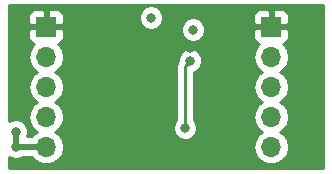
<source format=gbr>
G04 #@! TF.GenerationSoftware,KiCad,Pcbnew,5.0.0*
G04 #@! TF.CreationDate,2018-11-11T14:48:16-05:00*
G04 #@! TF.ProjectId,Pi-Temp_Humidity,50692D54656D705F48756D6964697479,rev?*
G04 #@! TF.SameCoordinates,Original*
G04 #@! TF.FileFunction,Copper,L2,Bot,Signal*
G04 #@! TF.FilePolarity,Positive*
%FSLAX46Y46*%
G04 Gerber Fmt 4.6, Leading zero omitted, Abs format (unit mm)*
G04 Created by KiCad (PCBNEW 5.0.0) date Sun Nov 11 14:48:16 2018*
%MOMM*%
%LPD*%
G01*
G04 APERTURE LIST*
G04 #@! TA.AperFunction,ComponentPad*
%ADD10R,1.700000X1.700000*%
G04 #@! TD*
G04 #@! TA.AperFunction,ComponentPad*
%ADD11O,1.700000X1.700000*%
G04 #@! TD*
G04 #@! TA.AperFunction,ViaPad*
%ADD12C,0.800000*%
G04 #@! TD*
G04 #@! TA.AperFunction,Conductor*
%ADD13C,0.500000*%
G04 #@! TD*
G04 #@! TA.AperFunction,Conductor*
%ADD14C,0.250000*%
G04 #@! TD*
G04 #@! TA.AperFunction,Conductor*
%ADD15C,0.254000*%
G04 #@! TD*
G04 APERTURE END LIST*
D10*
G04 #@! TO.P,J4,1*
G04 #@! TO.N,Earth*
X201930000Y-81280000D03*
D11*
G04 #@! TO.P,J4,2*
G04 #@! TO.N,GPIO_PASSTHRU*
X201930000Y-83820000D03*
G04 #@! TO.P,J4,3*
G04 #@! TO.N,SCL*
X201930000Y-86360000D03*
G04 #@! TO.P,J4,4*
G04 #@! TO.N,SDA*
X201930000Y-88900000D03*
G04 #@! TO.P,J4,5*
G04 #@! TO.N,VDD*
X201930000Y-91440000D03*
G04 #@! TD*
D10*
G04 #@! TO.P,J1,1*
G04 #@! TO.N,Earth*
X182880000Y-81280000D03*
D11*
G04 #@! TO.P,J1,2*
G04 #@! TO.N,GPIO*
X182880000Y-83820000D03*
G04 #@! TO.P,J1,3*
G04 #@! TO.N,SCL*
X182880000Y-86360000D03*
G04 #@! TO.P,J1,4*
G04 #@! TO.N,SDA*
X182880000Y-88900000D03*
G04 #@! TO.P,J1,5*
G04 #@! TO.N,VDD*
X182880000Y-91440000D03*
G04 #@! TD*
D12*
G04 #@! TO.N,VDD*
X191770000Y-80518000D03*
X195326000Y-81534000D03*
X180340000Y-91440000D03*
X180340000Y-90170000D03*
G04 #@! TO.N,Earth*
X195072000Y-83058000D03*
X185166000Y-81534000D03*
G04 #@! TO.N,Net-(JP1-Pad2)*
X194652900Y-89852500D03*
X195072000Y-84150200D03*
G04 #@! TD*
D13*
G04 #@! TO.N,VDD*
X182880000Y-91440000D02*
X180340000Y-91440000D01*
X180340000Y-91440000D02*
X180340000Y-90170000D01*
D14*
G04 #@! TO.N,Net-(JP1-Pad2)*
X194652900Y-84569300D02*
X195072000Y-84150200D01*
X194652900Y-89852500D02*
X194652900Y-84569300D01*
G04 #@! TD*
D15*
G04 #@! TO.N,Earth*
G36*
X206300001Y-93270000D02*
X179780000Y-93270000D01*
X179780000Y-92328317D01*
X180134126Y-92475000D01*
X180545874Y-92475000D01*
X180908007Y-92325000D01*
X181685344Y-92325000D01*
X181809375Y-92510625D01*
X182300582Y-92838839D01*
X182733744Y-92925000D01*
X183026256Y-92925000D01*
X183459418Y-92838839D01*
X183950625Y-92510625D01*
X184278839Y-92019418D01*
X184394092Y-91440000D01*
X184278839Y-90860582D01*
X183950625Y-90369375D01*
X183652239Y-90170000D01*
X183950625Y-89970625D01*
X184167114Y-89646626D01*
X193617900Y-89646626D01*
X193617900Y-90058374D01*
X193775469Y-90438780D01*
X194066620Y-90729931D01*
X194447026Y-90887500D01*
X194858774Y-90887500D01*
X195239180Y-90729931D01*
X195530331Y-90438780D01*
X195687900Y-90058374D01*
X195687900Y-89646626D01*
X195530331Y-89266220D01*
X195412900Y-89148789D01*
X195412900Y-85129271D01*
X195658280Y-85027631D01*
X195949431Y-84736480D01*
X196107000Y-84356074D01*
X196107000Y-83944326D01*
X196055503Y-83820000D01*
X200415908Y-83820000D01*
X200531161Y-84399418D01*
X200859375Y-84890625D01*
X201157761Y-85090000D01*
X200859375Y-85289375D01*
X200531161Y-85780582D01*
X200415908Y-86360000D01*
X200531161Y-86939418D01*
X200859375Y-87430625D01*
X201157761Y-87630000D01*
X200859375Y-87829375D01*
X200531161Y-88320582D01*
X200415908Y-88900000D01*
X200531161Y-89479418D01*
X200859375Y-89970625D01*
X201157761Y-90170000D01*
X200859375Y-90369375D01*
X200531161Y-90860582D01*
X200415908Y-91440000D01*
X200531161Y-92019418D01*
X200859375Y-92510625D01*
X201350582Y-92838839D01*
X201783744Y-92925000D01*
X202076256Y-92925000D01*
X202509418Y-92838839D01*
X203000625Y-92510625D01*
X203328839Y-92019418D01*
X203444092Y-91440000D01*
X203328839Y-90860582D01*
X203000625Y-90369375D01*
X202702239Y-90170000D01*
X203000625Y-89970625D01*
X203328839Y-89479418D01*
X203444092Y-88900000D01*
X203328839Y-88320582D01*
X203000625Y-87829375D01*
X202702239Y-87630000D01*
X203000625Y-87430625D01*
X203328839Y-86939418D01*
X203444092Y-86360000D01*
X203328839Y-85780582D01*
X203000625Y-85289375D01*
X202702239Y-85090000D01*
X203000625Y-84890625D01*
X203328839Y-84399418D01*
X203444092Y-83820000D01*
X203328839Y-83240582D01*
X203000625Y-82749375D01*
X202978967Y-82734904D01*
X203139698Y-82668327D01*
X203318327Y-82489699D01*
X203415000Y-82256310D01*
X203415000Y-81565750D01*
X203256250Y-81407000D01*
X202057000Y-81407000D01*
X202057000Y-81427000D01*
X201803000Y-81427000D01*
X201803000Y-81407000D01*
X200603750Y-81407000D01*
X200445000Y-81565750D01*
X200445000Y-82256310D01*
X200541673Y-82489699D01*
X200720302Y-82668327D01*
X200881033Y-82734904D01*
X200859375Y-82749375D01*
X200531161Y-83240582D01*
X200415908Y-83820000D01*
X196055503Y-83820000D01*
X195949431Y-83563920D01*
X195658280Y-83272769D01*
X195277874Y-83115200D01*
X194866126Y-83115200D01*
X194485720Y-83272769D01*
X194194569Y-83563920D01*
X194037000Y-83944326D01*
X194037000Y-84123098D01*
X193936997Y-84272763D01*
X193878012Y-84569300D01*
X193892901Y-84644152D01*
X193892900Y-89148789D01*
X193775469Y-89266220D01*
X193617900Y-89646626D01*
X184167114Y-89646626D01*
X184278839Y-89479418D01*
X184394092Y-88900000D01*
X184278839Y-88320582D01*
X183950625Y-87829375D01*
X183652239Y-87630000D01*
X183950625Y-87430625D01*
X184278839Y-86939418D01*
X184394092Y-86360000D01*
X184278839Y-85780582D01*
X183950625Y-85289375D01*
X183652239Y-85090000D01*
X183950625Y-84890625D01*
X184278839Y-84399418D01*
X184394092Y-83820000D01*
X184278839Y-83240582D01*
X183950625Y-82749375D01*
X183928967Y-82734904D01*
X184089698Y-82668327D01*
X184268327Y-82489699D01*
X184365000Y-82256310D01*
X184365000Y-81565750D01*
X184206250Y-81407000D01*
X183007000Y-81407000D01*
X183007000Y-81427000D01*
X182753000Y-81427000D01*
X182753000Y-81407000D01*
X181553750Y-81407000D01*
X181395000Y-81565750D01*
X181395000Y-82256310D01*
X181491673Y-82489699D01*
X181670302Y-82668327D01*
X181831033Y-82734904D01*
X181809375Y-82749375D01*
X181481161Y-83240582D01*
X181365908Y-83820000D01*
X181481161Y-84399418D01*
X181809375Y-84890625D01*
X182107761Y-85090000D01*
X181809375Y-85289375D01*
X181481161Y-85780582D01*
X181365908Y-86360000D01*
X181481161Y-86939418D01*
X181809375Y-87430625D01*
X182107761Y-87630000D01*
X181809375Y-87829375D01*
X181481161Y-88320582D01*
X181365908Y-88900000D01*
X181481161Y-89479418D01*
X181809375Y-89970625D01*
X182107761Y-90170000D01*
X181809375Y-90369375D01*
X181685344Y-90555000D01*
X181300804Y-90555000D01*
X181375000Y-90375874D01*
X181375000Y-89964126D01*
X181217431Y-89583720D01*
X180926280Y-89292569D01*
X180545874Y-89135000D01*
X180134126Y-89135000D01*
X179780000Y-89281683D01*
X179780000Y-80303690D01*
X181395000Y-80303690D01*
X181395000Y-80994250D01*
X181553750Y-81153000D01*
X182753000Y-81153000D01*
X182753000Y-79953750D01*
X183007000Y-79953750D01*
X183007000Y-81153000D01*
X184206250Y-81153000D01*
X184365000Y-80994250D01*
X184365000Y-80312126D01*
X190735000Y-80312126D01*
X190735000Y-80723874D01*
X190892569Y-81104280D01*
X191183720Y-81395431D01*
X191564126Y-81553000D01*
X191975874Y-81553000D01*
X192356280Y-81395431D01*
X192423585Y-81328126D01*
X194291000Y-81328126D01*
X194291000Y-81739874D01*
X194448569Y-82120280D01*
X194739720Y-82411431D01*
X195120126Y-82569000D01*
X195531874Y-82569000D01*
X195912280Y-82411431D01*
X196203431Y-82120280D01*
X196361000Y-81739874D01*
X196361000Y-81328126D01*
X196203431Y-80947720D01*
X195912280Y-80656569D01*
X195531874Y-80499000D01*
X195120126Y-80499000D01*
X194739720Y-80656569D01*
X194448569Y-80947720D01*
X194291000Y-81328126D01*
X192423585Y-81328126D01*
X192647431Y-81104280D01*
X192805000Y-80723874D01*
X192805000Y-80312126D01*
X192801506Y-80303690D01*
X200445000Y-80303690D01*
X200445000Y-80994250D01*
X200603750Y-81153000D01*
X201803000Y-81153000D01*
X201803000Y-79953750D01*
X202057000Y-79953750D01*
X202057000Y-81153000D01*
X203256250Y-81153000D01*
X203415000Y-80994250D01*
X203415000Y-80303690D01*
X203318327Y-80070301D01*
X203139698Y-79891673D01*
X202906309Y-79795000D01*
X202215750Y-79795000D01*
X202057000Y-79953750D01*
X201803000Y-79953750D01*
X201644250Y-79795000D01*
X200953691Y-79795000D01*
X200720302Y-79891673D01*
X200541673Y-80070301D01*
X200445000Y-80303690D01*
X192801506Y-80303690D01*
X192647431Y-79931720D01*
X192356280Y-79640569D01*
X191975874Y-79483000D01*
X191564126Y-79483000D01*
X191183720Y-79640569D01*
X190892569Y-79931720D01*
X190735000Y-80312126D01*
X184365000Y-80312126D01*
X184365000Y-80303690D01*
X184268327Y-80070301D01*
X184089698Y-79891673D01*
X183856309Y-79795000D01*
X183165750Y-79795000D01*
X183007000Y-79953750D01*
X182753000Y-79953750D01*
X182594250Y-79795000D01*
X181903691Y-79795000D01*
X181670302Y-79891673D01*
X181491673Y-80070301D01*
X181395000Y-80303690D01*
X179780000Y-80303690D01*
X179780000Y-79450000D01*
X206300000Y-79450000D01*
X206300001Y-93270000D01*
X206300001Y-93270000D01*
G37*
X206300001Y-93270000D02*
X179780000Y-93270000D01*
X179780000Y-92328317D01*
X180134126Y-92475000D01*
X180545874Y-92475000D01*
X180908007Y-92325000D01*
X181685344Y-92325000D01*
X181809375Y-92510625D01*
X182300582Y-92838839D01*
X182733744Y-92925000D01*
X183026256Y-92925000D01*
X183459418Y-92838839D01*
X183950625Y-92510625D01*
X184278839Y-92019418D01*
X184394092Y-91440000D01*
X184278839Y-90860582D01*
X183950625Y-90369375D01*
X183652239Y-90170000D01*
X183950625Y-89970625D01*
X184167114Y-89646626D01*
X193617900Y-89646626D01*
X193617900Y-90058374D01*
X193775469Y-90438780D01*
X194066620Y-90729931D01*
X194447026Y-90887500D01*
X194858774Y-90887500D01*
X195239180Y-90729931D01*
X195530331Y-90438780D01*
X195687900Y-90058374D01*
X195687900Y-89646626D01*
X195530331Y-89266220D01*
X195412900Y-89148789D01*
X195412900Y-85129271D01*
X195658280Y-85027631D01*
X195949431Y-84736480D01*
X196107000Y-84356074D01*
X196107000Y-83944326D01*
X196055503Y-83820000D01*
X200415908Y-83820000D01*
X200531161Y-84399418D01*
X200859375Y-84890625D01*
X201157761Y-85090000D01*
X200859375Y-85289375D01*
X200531161Y-85780582D01*
X200415908Y-86360000D01*
X200531161Y-86939418D01*
X200859375Y-87430625D01*
X201157761Y-87630000D01*
X200859375Y-87829375D01*
X200531161Y-88320582D01*
X200415908Y-88900000D01*
X200531161Y-89479418D01*
X200859375Y-89970625D01*
X201157761Y-90170000D01*
X200859375Y-90369375D01*
X200531161Y-90860582D01*
X200415908Y-91440000D01*
X200531161Y-92019418D01*
X200859375Y-92510625D01*
X201350582Y-92838839D01*
X201783744Y-92925000D01*
X202076256Y-92925000D01*
X202509418Y-92838839D01*
X203000625Y-92510625D01*
X203328839Y-92019418D01*
X203444092Y-91440000D01*
X203328839Y-90860582D01*
X203000625Y-90369375D01*
X202702239Y-90170000D01*
X203000625Y-89970625D01*
X203328839Y-89479418D01*
X203444092Y-88900000D01*
X203328839Y-88320582D01*
X203000625Y-87829375D01*
X202702239Y-87630000D01*
X203000625Y-87430625D01*
X203328839Y-86939418D01*
X203444092Y-86360000D01*
X203328839Y-85780582D01*
X203000625Y-85289375D01*
X202702239Y-85090000D01*
X203000625Y-84890625D01*
X203328839Y-84399418D01*
X203444092Y-83820000D01*
X203328839Y-83240582D01*
X203000625Y-82749375D01*
X202978967Y-82734904D01*
X203139698Y-82668327D01*
X203318327Y-82489699D01*
X203415000Y-82256310D01*
X203415000Y-81565750D01*
X203256250Y-81407000D01*
X202057000Y-81407000D01*
X202057000Y-81427000D01*
X201803000Y-81427000D01*
X201803000Y-81407000D01*
X200603750Y-81407000D01*
X200445000Y-81565750D01*
X200445000Y-82256310D01*
X200541673Y-82489699D01*
X200720302Y-82668327D01*
X200881033Y-82734904D01*
X200859375Y-82749375D01*
X200531161Y-83240582D01*
X200415908Y-83820000D01*
X196055503Y-83820000D01*
X195949431Y-83563920D01*
X195658280Y-83272769D01*
X195277874Y-83115200D01*
X194866126Y-83115200D01*
X194485720Y-83272769D01*
X194194569Y-83563920D01*
X194037000Y-83944326D01*
X194037000Y-84123098D01*
X193936997Y-84272763D01*
X193878012Y-84569300D01*
X193892901Y-84644152D01*
X193892900Y-89148789D01*
X193775469Y-89266220D01*
X193617900Y-89646626D01*
X184167114Y-89646626D01*
X184278839Y-89479418D01*
X184394092Y-88900000D01*
X184278839Y-88320582D01*
X183950625Y-87829375D01*
X183652239Y-87630000D01*
X183950625Y-87430625D01*
X184278839Y-86939418D01*
X184394092Y-86360000D01*
X184278839Y-85780582D01*
X183950625Y-85289375D01*
X183652239Y-85090000D01*
X183950625Y-84890625D01*
X184278839Y-84399418D01*
X184394092Y-83820000D01*
X184278839Y-83240582D01*
X183950625Y-82749375D01*
X183928967Y-82734904D01*
X184089698Y-82668327D01*
X184268327Y-82489699D01*
X184365000Y-82256310D01*
X184365000Y-81565750D01*
X184206250Y-81407000D01*
X183007000Y-81407000D01*
X183007000Y-81427000D01*
X182753000Y-81427000D01*
X182753000Y-81407000D01*
X181553750Y-81407000D01*
X181395000Y-81565750D01*
X181395000Y-82256310D01*
X181491673Y-82489699D01*
X181670302Y-82668327D01*
X181831033Y-82734904D01*
X181809375Y-82749375D01*
X181481161Y-83240582D01*
X181365908Y-83820000D01*
X181481161Y-84399418D01*
X181809375Y-84890625D01*
X182107761Y-85090000D01*
X181809375Y-85289375D01*
X181481161Y-85780582D01*
X181365908Y-86360000D01*
X181481161Y-86939418D01*
X181809375Y-87430625D01*
X182107761Y-87630000D01*
X181809375Y-87829375D01*
X181481161Y-88320582D01*
X181365908Y-88900000D01*
X181481161Y-89479418D01*
X181809375Y-89970625D01*
X182107761Y-90170000D01*
X181809375Y-90369375D01*
X181685344Y-90555000D01*
X181300804Y-90555000D01*
X181375000Y-90375874D01*
X181375000Y-89964126D01*
X181217431Y-89583720D01*
X180926280Y-89292569D01*
X180545874Y-89135000D01*
X180134126Y-89135000D01*
X179780000Y-89281683D01*
X179780000Y-80303690D01*
X181395000Y-80303690D01*
X181395000Y-80994250D01*
X181553750Y-81153000D01*
X182753000Y-81153000D01*
X182753000Y-79953750D01*
X183007000Y-79953750D01*
X183007000Y-81153000D01*
X184206250Y-81153000D01*
X184365000Y-80994250D01*
X184365000Y-80312126D01*
X190735000Y-80312126D01*
X190735000Y-80723874D01*
X190892569Y-81104280D01*
X191183720Y-81395431D01*
X191564126Y-81553000D01*
X191975874Y-81553000D01*
X192356280Y-81395431D01*
X192423585Y-81328126D01*
X194291000Y-81328126D01*
X194291000Y-81739874D01*
X194448569Y-82120280D01*
X194739720Y-82411431D01*
X195120126Y-82569000D01*
X195531874Y-82569000D01*
X195912280Y-82411431D01*
X196203431Y-82120280D01*
X196361000Y-81739874D01*
X196361000Y-81328126D01*
X196203431Y-80947720D01*
X195912280Y-80656569D01*
X195531874Y-80499000D01*
X195120126Y-80499000D01*
X194739720Y-80656569D01*
X194448569Y-80947720D01*
X194291000Y-81328126D01*
X192423585Y-81328126D01*
X192647431Y-81104280D01*
X192805000Y-80723874D01*
X192805000Y-80312126D01*
X192801506Y-80303690D01*
X200445000Y-80303690D01*
X200445000Y-80994250D01*
X200603750Y-81153000D01*
X201803000Y-81153000D01*
X201803000Y-79953750D01*
X202057000Y-79953750D01*
X202057000Y-81153000D01*
X203256250Y-81153000D01*
X203415000Y-80994250D01*
X203415000Y-80303690D01*
X203318327Y-80070301D01*
X203139698Y-79891673D01*
X202906309Y-79795000D01*
X202215750Y-79795000D01*
X202057000Y-79953750D01*
X201803000Y-79953750D01*
X201644250Y-79795000D01*
X200953691Y-79795000D01*
X200720302Y-79891673D01*
X200541673Y-80070301D01*
X200445000Y-80303690D01*
X192801506Y-80303690D01*
X192647431Y-79931720D01*
X192356280Y-79640569D01*
X191975874Y-79483000D01*
X191564126Y-79483000D01*
X191183720Y-79640569D01*
X190892569Y-79931720D01*
X190735000Y-80312126D01*
X184365000Y-80312126D01*
X184365000Y-80303690D01*
X184268327Y-80070301D01*
X184089698Y-79891673D01*
X183856309Y-79795000D01*
X183165750Y-79795000D01*
X183007000Y-79953750D01*
X182753000Y-79953750D01*
X182594250Y-79795000D01*
X181903691Y-79795000D01*
X181670302Y-79891673D01*
X181491673Y-80070301D01*
X181395000Y-80303690D01*
X179780000Y-80303690D01*
X179780000Y-79450000D01*
X206300000Y-79450000D01*
X206300001Y-93270000D01*
G04 #@! TD*
M02*

</source>
